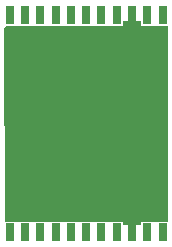
<source format=gbl>
G04*
G04 #@! TF.GenerationSoftware,Altium Limited,Altium Designer,20.0.2 (26)*
G04*
G04 Layer_Physical_Order=2*
G04 Layer_Color=16711680*
%FSLAX25Y25*%
%MOIN*%
G70*
G01*
G75*
%ADD20R,0.03150X0.05906*%
G36*
X45874Y70581D02*
X50224D01*
Y70581D01*
X50968D01*
Y70581D01*
X54957D01*
Y5246D01*
X50968D01*
Y5246D01*
X50222D01*
Y5246D01*
X45873D01*
Y4000D01*
X40034D01*
Y5246D01*
X35684D01*
Y5246D01*
X34940D01*
Y5246D01*
X30591D01*
Y5246D01*
X29847D01*
Y5246D01*
X25497D01*
Y5246D01*
X24754D01*
Y5246D01*
X20404D01*
Y5246D01*
X19660D01*
Y5246D01*
X15310D01*
Y5246D01*
X14567D01*
Y5246D01*
X10217D01*
Y5246D01*
X9473D01*
Y5246D01*
X5123D01*
Y5246D01*
X4380D01*
Y5246D01*
X469D01*
X312Y69884D01*
X1007Y70581D01*
X4380D01*
Y70581D01*
X5125D01*
Y70581D01*
X9475D01*
Y70581D01*
X10220D01*
Y70581D01*
X14570D01*
Y70581D01*
X15313D01*
Y70581D01*
X19663D01*
Y70581D01*
X20407D01*
Y70581D01*
X24757D01*
Y70581D01*
X25500D01*
Y70581D01*
X29850D01*
Y70581D01*
X30594D01*
Y70581D01*
X34944D01*
Y70581D01*
X35687D01*
Y70581D01*
X40037D01*
Y72087D01*
X45874D01*
Y70581D01*
D02*
G37*
D20*
X53143Y74134D02*
D03*
X48049D02*
D03*
X17488D02*
D03*
X22582D02*
D03*
X27675D02*
D03*
X32769D02*
D03*
X37862D02*
D03*
X42956D02*
D03*
X12395D02*
D03*
X2205D02*
D03*
X7300D02*
D03*
X2205Y1693D02*
D03*
X7298D02*
D03*
X37859D02*
D03*
X32766D02*
D03*
X27672D02*
D03*
X22579D02*
D03*
X17485D02*
D03*
X12392D02*
D03*
X42953D02*
D03*
X53143D02*
D03*
X48048D02*
D03*
M02*

</source>
